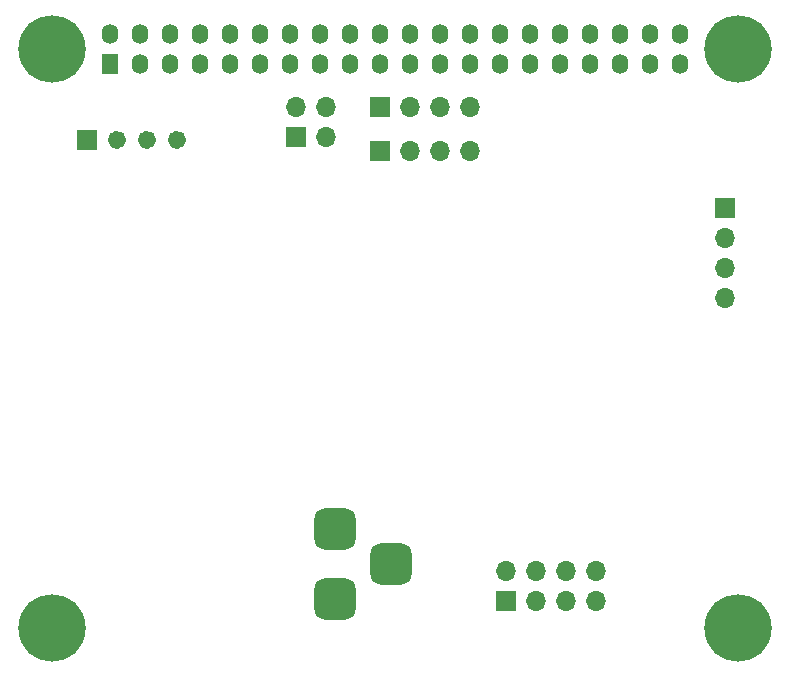
<source format=gbs>
G04 #@! TF.GenerationSoftware,KiCad,Pcbnew,(6.0.1)*
G04 #@! TF.CreationDate,2023-02-19T12:06:20-06:00*
G04 #@! TF.ProjectId,2019-Pi-Power,32303139-2d50-4692-9d50-6f7765722e6b,V2*
G04 #@! TF.SameCoordinates,Original*
G04 #@! TF.FileFunction,Soldermask,Bot*
G04 #@! TF.FilePolarity,Negative*
%FSLAX46Y46*%
G04 Gerber Fmt 4.6, Leading zero omitted, Abs format (unit mm)*
G04 Created by KiCad (PCBNEW (6.0.1)) date 2023-02-19 12:06:20*
%MOMM*%
%LPD*%
G01*
G04 APERTURE LIST*
G04 Aperture macros list*
%AMRoundRect*
0 Rectangle with rounded corners*
0 $1 Rounding radius*
0 $2 $3 $4 $5 $6 $7 $8 $9 X,Y pos of 4 corners*
0 Add a 4 corners polygon primitive as box body*
4,1,4,$2,$3,$4,$5,$6,$7,$8,$9,$2,$3,0*
0 Add four circle primitives for the rounded corners*
1,1,$1+$1,$2,$3*
1,1,$1+$1,$4,$5*
1,1,$1+$1,$6,$7*
1,1,$1+$1,$8,$9*
0 Add four rect primitives between the rounded corners*
20,1,$1+$1,$2,$3,$4,$5,0*
20,1,$1+$1,$4,$5,$6,$7,0*
20,1,$1+$1,$6,$7,$8,$9,0*
20,1,$1+$1,$8,$9,$2,$3,0*%
G04 Aperture macros list end*
%ADD10C,0.796200*%
%ADD11C,0.010000*%
%ADD12C,5.700000*%
%ADD13RoundRect,0.875000X0.875000X-0.875000X0.875000X0.875000X-0.875000X0.875000X-0.875000X-0.875000X0*%
%ADD14R,1.700000X1.700000*%
%ADD15O,1.700000X1.700000*%
%ADD16R,1.400000X1.700000*%
%ADD17O,1.400000X1.700000*%
G04 APERTURE END LIST*
D10*
X214432350Y-105145000D02*
G75*
G03*
X214432350Y-105145000I-398100J0D01*
G01*
X211892350Y-105145000D02*
G75*
G03*
X211892350Y-105145000I-398100J0D01*
G01*
X209352350Y-105145000D02*
G75*
G03*
X209352350Y-105145000I-398100J0D01*
G01*
D11*
X207210450Y-105941200D02*
X205618050Y-105941200D01*
X205618050Y-105941200D02*
X205618050Y-104348800D01*
X205618050Y-104348800D02*
X207210450Y-104348800D01*
X207210450Y-104348800D02*
X207210450Y-105941200D01*
G36*
X207210450Y-105941200D02*
G01*
X205618050Y-105941200D01*
X205618050Y-104348800D01*
X207210450Y-104348800D01*
X207210450Y-105941200D01*
G37*
X207210450Y-105941200D02*
X205618050Y-105941200D01*
X205618050Y-104348800D01*
X207210450Y-104348800D01*
X207210450Y-105941200D01*
D12*
X203500000Y-97500000D03*
X261500000Y-97500000D03*
X203500000Y-146500000D03*
X261500000Y-146500000D03*
D13*
X227432000Y-138062000D03*
X227432000Y-144062000D03*
X232132000Y-141062000D03*
D14*
X241910000Y-144158000D03*
D15*
X241910000Y-141618000D03*
X244450000Y-144158000D03*
X244450000Y-141618000D03*
X246990000Y-144158000D03*
X246990000Y-141618000D03*
X249530000Y-144158000D03*
X249530000Y-141618000D03*
D14*
X231242000Y-102375000D03*
D15*
X233782000Y-102375000D03*
X236322000Y-102375000D03*
X238862000Y-102375000D03*
D14*
X231242000Y-106058000D03*
D15*
X233782000Y-106058000D03*
X236322000Y-106058000D03*
X238862000Y-106058000D03*
D14*
X224130000Y-104915000D03*
D15*
X224130000Y-102375000D03*
X226670000Y-104915000D03*
X226670000Y-102375000D03*
D14*
X260452000Y-110884000D03*
D15*
X260452000Y-113424000D03*
X260452000Y-115964000D03*
X260452000Y-118504000D03*
D16*
X208370000Y-98770000D03*
D17*
X208370000Y-96230000D03*
X210910000Y-98770000D03*
X210910000Y-96230000D03*
X213450000Y-98770000D03*
X213450000Y-96230000D03*
X215990000Y-98770000D03*
X215990000Y-96230000D03*
X218530000Y-98770000D03*
X218530000Y-96230000D03*
X221070000Y-98770000D03*
X221070000Y-96230000D03*
X223610000Y-98770000D03*
X223610000Y-96230000D03*
X226150000Y-98770000D03*
X226150000Y-96230000D03*
X228690000Y-98770000D03*
X228690000Y-96230000D03*
X231230000Y-98770000D03*
X231230000Y-96230000D03*
X233770000Y-98770000D03*
X233770000Y-96230000D03*
X236310000Y-98770000D03*
X236310000Y-96230000D03*
X238850000Y-98770000D03*
X238850000Y-96230000D03*
X241390000Y-98770000D03*
X241390000Y-96230000D03*
X243930000Y-98770000D03*
X243930000Y-96230000D03*
X246470000Y-98770000D03*
X246470000Y-96230000D03*
X249010000Y-98770000D03*
X249010000Y-96230000D03*
X251550000Y-98770000D03*
X251550000Y-96230000D03*
X254090000Y-98770000D03*
X254090000Y-96230000D03*
X256630000Y-98770000D03*
X256630000Y-96230000D03*
M02*

</source>
